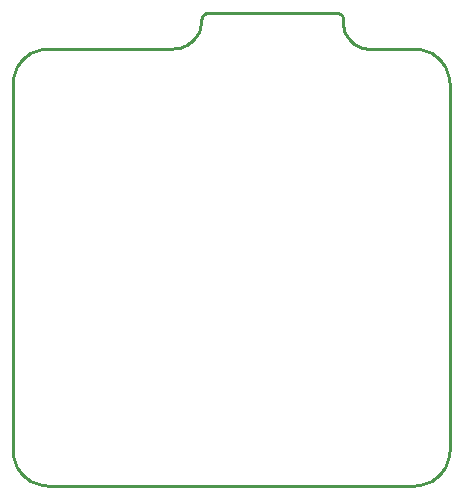
<source format=gbr>
G04 EAGLE Gerber RS-274X export*
G75*
%MOMM*%
%FSLAX34Y34*%
%LPD*%
%IN*%
%IPPOS*%
%AMOC8*
5,1,8,0,0,1.08239X$1,22.5*%
G01*
G04 Define Apertures*
%ADD10C,0.254000*%
D10*
X10000Y40000D02*
X10114Y37385D01*
X10456Y34791D01*
X11022Y32235D01*
X11809Y29739D01*
X12811Y27321D01*
X14019Y25000D01*
X15425Y22793D01*
X17019Y20716D01*
X18787Y18787D01*
X20716Y17019D01*
X22793Y15425D01*
X25000Y14019D01*
X27321Y12811D01*
X29739Y11809D01*
X32235Y11022D01*
X34791Y10456D01*
X37385Y10114D01*
X40000Y10000D01*
X350000Y10000D01*
X352615Y10114D01*
X355209Y10456D01*
X357765Y11022D01*
X360261Y11809D01*
X362679Y12811D01*
X365000Y14019D01*
X367207Y15425D01*
X369284Y17019D01*
X371213Y18787D01*
X372981Y20716D01*
X374575Y22793D01*
X375981Y25000D01*
X377189Y27321D01*
X378191Y29739D01*
X378978Y32235D01*
X379544Y34791D01*
X379886Y37385D01*
X380000Y40000D01*
X380000Y350000D01*
X379886Y352615D01*
X379544Y355209D01*
X378978Y357765D01*
X378191Y360261D01*
X377189Y362679D01*
X375981Y365000D01*
X374575Y367207D01*
X372981Y369284D01*
X371213Y371213D01*
X369284Y372981D01*
X367207Y374575D01*
X365000Y375981D01*
X362679Y377189D01*
X360261Y378191D01*
X357765Y378978D01*
X355209Y379544D01*
X352615Y379886D01*
X350000Y380000D01*
X310000Y380000D01*
X308049Y380304D01*
X306131Y380776D01*
X304262Y381414D01*
X302455Y382212D01*
X300725Y383165D01*
X299085Y384264D01*
X297547Y385503D01*
X296122Y386871D01*
X294822Y388358D01*
X293657Y389952D01*
X292635Y391642D01*
X291764Y393415D01*
X291052Y395257D01*
X290502Y397154D01*
X290120Y399091D01*
X289908Y401055D01*
X289868Y403029D01*
X290000Y405000D01*
X289981Y405436D01*
X289924Y405868D01*
X289830Y406294D01*
X289698Y406710D01*
X289532Y407113D01*
X289330Y407500D01*
X289096Y407868D01*
X288830Y408214D01*
X288536Y408536D01*
X288214Y408830D01*
X287868Y409096D01*
X287500Y409330D01*
X287113Y409532D01*
X286710Y409698D01*
X286294Y409830D01*
X285868Y409924D01*
X285436Y409981D01*
X285000Y410000D01*
X175000Y410000D01*
X174564Y409981D01*
X174132Y409924D01*
X173706Y409830D01*
X173290Y409698D01*
X172887Y409532D01*
X172500Y409330D01*
X172132Y409096D01*
X171786Y408830D01*
X171464Y408536D01*
X171170Y408214D01*
X170904Y407868D01*
X170670Y407500D01*
X170468Y407113D01*
X170302Y406710D01*
X170170Y406294D01*
X170076Y405868D01*
X170019Y405436D01*
X170000Y405000D01*
X169905Y402821D01*
X169620Y400659D01*
X169148Y398530D01*
X168492Y396450D01*
X167658Y394435D01*
X166651Y392500D01*
X165479Y390661D01*
X164151Y388930D01*
X162678Y387322D01*
X161070Y385849D01*
X159339Y384521D01*
X157500Y383349D01*
X155565Y382342D01*
X153551Y381508D01*
X151470Y380852D01*
X149341Y380380D01*
X147179Y380095D01*
X145000Y380000D01*
X40000Y380000D01*
X37385Y379886D01*
X34791Y379544D01*
X32235Y378978D01*
X29739Y378191D01*
X27321Y377189D01*
X25000Y375981D01*
X22793Y374575D01*
X20716Y372981D01*
X18787Y371213D01*
X17019Y369284D01*
X15425Y367207D01*
X14019Y365000D01*
X12811Y362679D01*
X11809Y360261D01*
X11022Y357765D01*
X10456Y355209D01*
X10114Y352615D01*
X10000Y350000D01*
X10000Y40000D01*
M02*

</source>
